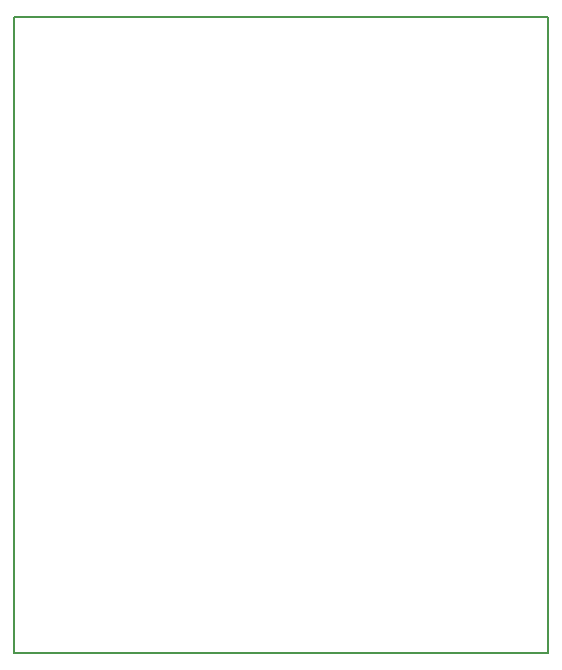
<source format=gm1>
G04 #@! TF.FileFunction,Profile,NP*
%FSLAX46Y46*%
G04 Gerber Fmt 4.6, Leading zero omitted, Abs format (unit mm)*
G04 Created by KiCad (PCBNEW 4.0.7-e1-6374~58~ubuntu14.04.1) date Sat Jan 27 06:03:06 2018*
%MOMM*%
%LPD*%
G01*
G04 APERTURE LIST*
%ADD10C,0.100000*%
%ADD11C,0.150000*%
G04 APERTURE END LIST*
D10*
D11*
X109570000Y-72850000D02*
X109560000Y-72850000D01*
X109570000Y-126740000D02*
X109570000Y-72850000D01*
X154750000Y-126740000D02*
X109570000Y-126740000D01*
X154750000Y-72860000D02*
X154750000Y-126740000D01*
X109560000Y-72860000D02*
X154750000Y-72860000D01*
M02*

</source>
